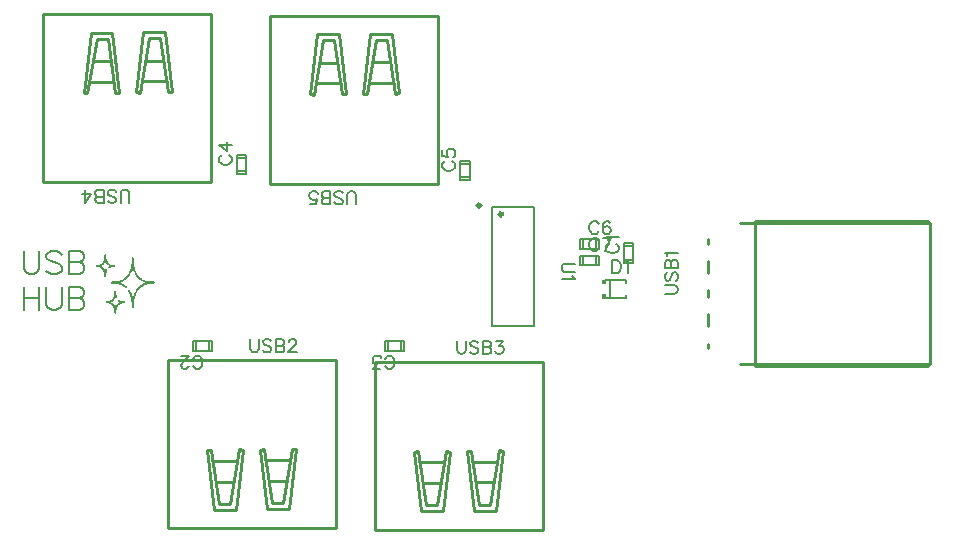
<source format=gto>
G04 Layer: TopSilkscreenLayer*
G04 EasyEDA v6.5.42, 2024-06-30 20:06:19*
G04 5c971d247c204a0cbf4ce5a758ce79e0,41c0ee39f02341fa96e3cac8100f2332,10*
G04 Gerber Generator version 0.2*
G04 Scale: 100 percent, Rotated: No, Reflected: No *
G04 Dimensions in millimeters *
G04 leading zeros omitted , absolute positions ,4 integer and 5 decimal *
%FSLAX45Y45*%
%MOMM*%

%ADD10C,0.2032*%
%ADD11C,0.1524*%
%ADD12C,0.1290*%
%ADD13C,0.1520*%
%ADD14C,0.2540*%
%ADD15C,0.3000*%
%ADD16C,0.0186*%

%LPD*%
G36*
X2795219Y4445711D02*
G01*
X2792780Y4444288D01*
X2790545Y4441494D01*
X2789682Y4438751D01*
X2789275Y4424832D01*
X2787142Y4409236D01*
X2784703Y4399991D01*
X2783128Y4394962D01*
X2779522Y4387189D01*
X2778048Y4384497D01*
X2774238Y4378807D01*
X2769514Y4373422D01*
X2763113Y4368088D01*
X2757119Y4364380D01*
X2752242Y4362450D01*
X2751785Y4361992D01*
X2743708Y4359605D01*
X2739085Y4359097D01*
X2736646Y4358487D01*
X2719781Y4358030D01*
X2717241Y4356557D01*
X2715463Y4354474D01*
X2714548Y4351985D01*
X2714040Y4351985D01*
X2714040Y4346295D01*
X2715006Y4345178D01*
X2715006Y4344162D01*
X2717088Y4341571D01*
X2719781Y4339996D01*
X2731973Y4339539D01*
X2740558Y4338878D01*
X2750820Y4336389D01*
X2752242Y4335526D01*
X2753004Y4335475D01*
X2754934Y4334408D01*
X2755595Y4334357D01*
X2764942Y4328566D01*
X2771800Y4322216D01*
X2777032Y4315206D01*
X2780944Y4308094D01*
X2784297Y4299610D01*
X2785618Y4294479D01*
X2786024Y4293870D01*
X2788259Y4283303D01*
X2788259Y4280255D01*
X2789021Y4275734D01*
X2789428Y4259834D01*
X2790545Y4256532D01*
X2792425Y4254042D01*
X2794508Y4252620D01*
X2797352Y4251960D01*
X2800604Y4252671D01*
X2801874Y4253738D01*
X2802331Y4253738D01*
X2804668Y4257141D01*
X2805531Y4260697D01*
X2805887Y4275734D01*
X2807055Y4284827D01*
X2807817Y4287621D01*
X2807817Y4289196D01*
X2809798Y4296765D01*
X2813405Y4306519D01*
X2813812Y4309821D01*
X2813507Y4312920D01*
X2812338Y4315206D01*
X2810611Y4317085D01*
X2808427Y4318304D01*
X2804972Y4318304D01*
X2802229Y4316780D01*
X2800400Y4314342D01*
X2797759Y4307941D01*
X2797251Y4308094D01*
X2793847Y4316069D01*
X2792069Y4319727D01*
X2788412Y4325975D01*
X2784754Y4331055D01*
X2779826Y4336745D01*
X2773883Y4342180D01*
X2769108Y4345635D01*
X2764078Y4348581D01*
X2764637Y4349750D01*
X2769616Y4352696D01*
X2775153Y4356963D01*
X2778099Y4359503D01*
X2784500Y4366615D01*
X2788767Y4372762D01*
X2791104Y4376572D01*
X2793847Y4381957D01*
X2797251Y4389882D01*
X2797708Y4390085D01*
X2800451Y4383379D01*
X2804210Y4375962D01*
X2806954Y4371340D01*
X2810865Y4366107D01*
X2815488Y4360824D01*
X2819857Y4356760D01*
X2825242Y4352696D01*
X2830118Y4349902D01*
X2830728Y4348988D01*
X2830728Y4348429D01*
X2827223Y4346498D01*
X2824378Y4343958D01*
X2824378Y4343400D01*
X2823311Y4341622D01*
X2823311Y4335932D01*
X2824480Y4333697D01*
X2826054Y4331868D01*
X2827629Y4330903D01*
X2830626Y4330192D01*
X2832506Y4330954D01*
X2833268Y4330954D01*
X2838958Y4334052D01*
X2842260Y4335526D01*
X2843072Y4335526D01*
X2844495Y4336389D01*
X2853080Y4338675D01*
X2862072Y4339488D01*
X2875076Y4339945D01*
X2877515Y4341215D01*
X2879801Y4344060D01*
X2880817Y4347565D01*
X2880817Y4350664D01*
X2879801Y4353864D01*
X2877820Y4356557D01*
X2874619Y4358233D01*
X2862630Y4358284D01*
X2856992Y4358741D01*
X2847695Y4360570D01*
X2838450Y4364024D01*
X2832811Y4367326D01*
X2828188Y4370832D01*
X2825496Y4373372D01*
X2819857Y4379976D01*
X2815793Y4386478D01*
X2812694Y4392879D01*
X2812694Y4393488D01*
X2811729Y4395571D01*
X2810002Y4400397D01*
X2808020Y4408779D01*
X2806801Y4415282D01*
X2806801Y4416653D01*
X2806090Y4419447D01*
X2805379Y4438192D01*
X2804617Y4441139D01*
X2802077Y4444339D01*
X2799537Y4445711D01*
G37*
G36*
X3029356Y4422444D02*
G01*
X3028137Y4422343D01*
X3025495Y4421530D01*
X3023666Y4420158D01*
X3021685Y4417771D01*
X3021685Y4417263D01*
X3020771Y4415790D01*
X3020415Y4413504D01*
X3020009Y4386224D01*
X3019501Y4377385D01*
X3017977Y4364177D01*
X3016758Y4357217D01*
X3016758Y4355693D01*
X3013913Y4341317D01*
X3012236Y4334103D01*
X3010916Y4329887D01*
X3010916Y4328820D01*
X3009950Y4326585D01*
X3009950Y4325620D01*
X3008020Y4319930D01*
X3008020Y4319320D01*
X3007004Y4317187D01*
X3007004Y4316476D01*
X3006039Y4314342D01*
X3006039Y4313580D01*
X2999943Y4299000D01*
X2996438Y4291990D01*
X2991256Y4282744D01*
X2989732Y4280509D01*
X2988970Y4278833D01*
X2982264Y4269486D01*
X2975051Y4260646D01*
X2964637Y4250436D01*
X2956864Y4244086D01*
X2945739Y4236669D01*
X2935020Y4230979D01*
X2934360Y4230979D01*
X2932430Y4229862D01*
X2931718Y4229811D01*
X2929737Y4228744D01*
X2929026Y4228693D01*
X2927807Y4227982D01*
X2912922Y4223105D01*
X2898749Y4219905D01*
X2892348Y4219346D01*
X2889707Y4218736D01*
X2880207Y4218127D01*
X2852775Y4217974D01*
X2850134Y4217263D01*
X2848152Y4216044D01*
X2846222Y4213809D01*
X2844800Y4210456D01*
X2844850Y4204411D01*
X2846120Y4201566D01*
X2848356Y4198975D01*
X2851861Y4197096D01*
X2880410Y4196943D01*
X2885338Y4196588D01*
X2888234Y4196080D01*
X2896565Y4195521D01*
X2898241Y4194911D01*
X2903118Y4194352D01*
X2912160Y4192270D01*
X2918764Y4190288D01*
X2932430Y4185310D01*
X2933903Y4184396D01*
X2934512Y4184396D01*
X2940202Y4181500D01*
X2945638Y4178401D01*
X2953359Y4173474D01*
X2962198Y4166717D01*
X2968853Y4160875D01*
X2971546Y4159199D01*
X2974187Y4158792D01*
X2976981Y4159656D01*
X2979369Y4161840D01*
X2980639Y4164533D01*
X2980944Y4167835D01*
X2980385Y4170781D01*
X2979318Y4172610D01*
X2976880Y4175302D01*
X2976575Y4175302D01*
X2967177Y4183430D01*
X2964637Y4185412D01*
X2954070Y4192422D01*
X2948990Y4195368D01*
X2938068Y4200652D01*
X2937103Y4201464D01*
X2936341Y4201464D01*
X2934360Y4202582D01*
X2933344Y4202582D01*
X2924454Y4205986D01*
X2923641Y4205986D01*
X2921101Y4207408D01*
X2921101Y4207967D01*
X2933141Y4212082D01*
X2934360Y4212793D01*
X2935122Y4212844D01*
X2937052Y4213910D01*
X2937814Y4213961D01*
X2939745Y4215079D01*
X2940253Y4215079D01*
X2950514Y4220413D01*
X2958287Y4225239D01*
X2963926Y4229100D01*
X2964180Y4229506D01*
X2968498Y4232452D01*
X2976626Y4239564D01*
X2984449Y4247388D01*
X2992272Y4256684D01*
X2997606Y4264050D01*
X3002280Y4271365D01*
X3006140Y4277918D01*
X3009239Y4283659D01*
X3014319Y4294479D01*
X3019704Y4307636D01*
X3019704Y4308398D01*
X3020669Y4310634D01*
X3020669Y4311446D01*
X3021431Y4312920D01*
X3023616Y4319574D01*
X3023616Y4320489D01*
X3025597Y4326839D01*
X3025597Y4327702D01*
X3026511Y4329988D01*
X3026562Y4331157D01*
X3027527Y4334459D01*
X3027527Y4335526D01*
X3028797Y4341215D01*
X3029204Y4341215D01*
X3030220Y4339234D01*
X3033014Y4326839D01*
X3035655Y4317492D01*
X3039211Y4307281D01*
X3039262Y4306620D01*
X3045612Y4291330D01*
X3051403Y4279646D01*
X3057194Y4269892D01*
X3060395Y4264914D01*
X3067507Y4255262D01*
X3074771Y4246727D01*
X3079648Y4241749D01*
X3090468Y4232249D01*
X3096717Y4227677D01*
X3106013Y4221784D01*
X3106724Y4221124D01*
X3121152Y4213961D01*
X3121761Y4213961D01*
X3125520Y4212183D01*
X3137865Y4207967D01*
X3137865Y4207510D01*
X3134360Y4205986D01*
X3133852Y4205986D01*
X3126282Y4203344D01*
X3125063Y4202582D01*
X3124352Y4202582D01*
X3122371Y4201464D01*
X3121660Y4201414D01*
X3119678Y4200347D01*
X3119018Y4200296D01*
X3106724Y4193844D01*
X3098190Y4188612D01*
X3097428Y4187799D01*
X3097123Y4187799D01*
X3090367Y4182922D01*
X3081477Y4175099D01*
X3075279Y4168952D01*
X3065932Y4158132D01*
X3061309Y4151782D01*
X3053892Y4140352D01*
X3046984Y4127042D01*
X3043529Y4119473D01*
X3039262Y4109059D01*
X3039262Y4108399D01*
X3038246Y4106265D01*
X3038246Y4105554D01*
X3037281Y4103319D01*
X3037281Y4102557D01*
X3036316Y4100474D01*
X3036316Y4099712D01*
X3035350Y4097477D01*
X3035300Y4096512D01*
X3034385Y4094226D01*
X3034334Y4093362D01*
X3032455Y4086809D01*
X3030169Y4076649D01*
X3029153Y4073906D01*
X3028746Y4073906D01*
X3024530Y4091940D01*
X3023616Y4094378D01*
X3023616Y4095191D01*
X3022650Y4097324D01*
X3022650Y4098086D01*
X3019704Y4106519D01*
X3019704Y4107230D01*
X3011627Y4126585D01*
X3005074Y4138676D01*
X3005074Y4138980D01*
X3002737Y4143044D01*
X3001264Y4144721D01*
X3000298Y4145483D01*
X2997860Y4146346D01*
X2995980Y4146346D01*
X2993237Y4145432D01*
X2990545Y4142181D01*
X2989884Y4139946D01*
X2989630Y4136339D01*
X2991713Y4131411D01*
X2995828Y4124198D01*
X2998470Y4118965D01*
X3004667Y4104589D01*
X3009493Y4090517D01*
X3011220Y4083710D01*
X3011881Y4081881D01*
X3011881Y4080764D01*
X3014319Y4071772D01*
X3017774Y4053027D01*
X3017774Y4050842D01*
X3019247Y4038549D01*
X3020263Y4020921D01*
X3020568Y3999890D01*
X3021685Y3997401D01*
X3023412Y3994962D01*
X3025444Y3993540D01*
X3028442Y3992676D01*
X3030321Y3992676D01*
X3033268Y3993692D01*
X3035249Y3995165D01*
X3036519Y3996893D01*
X3037789Y3999941D01*
X3038246Y4003294D01*
X3038297Y4023512D01*
X3039262Y4039108D01*
X3041396Y4057396D01*
X3044190Y4072331D01*
X3045104Y4075582D01*
X3045104Y4076446D01*
X3045917Y4079138D01*
X3046831Y4083304D01*
X3048050Y4087114D01*
X3048050Y4087977D01*
X3049016Y4090212D01*
X3049016Y4091381D01*
X3049981Y4093616D01*
X3049981Y4094784D01*
X3050641Y4095902D01*
X3053384Y4103878D01*
X3055264Y4108704D01*
X3060141Y4119473D01*
X3064611Y4127855D01*
X3064611Y4128160D01*
X3067862Y4133697D01*
X3075584Y4144924D01*
X3083763Y4154932D01*
X3095599Y4166209D01*
X3095853Y4166209D01*
X3105200Y4173524D01*
X3116580Y4180484D01*
X3124200Y4184396D01*
X3124809Y4184446D01*
X3126790Y4185513D01*
X3127451Y4185564D01*
X3130042Y4186834D01*
X3135477Y4188968D01*
X3136544Y4188968D01*
X3138017Y4189831D01*
X3155543Y4194352D01*
X3161436Y4194962D01*
X3163163Y4195470D01*
X3169259Y4196080D01*
X3171190Y4196588D01*
X3187547Y4197197D01*
X3206902Y4197045D01*
X3207562Y4197705D01*
X3209645Y4198416D01*
X3212287Y4201160D01*
X3213557Y4204309D01*
X3214065Y4204309D01*
X3214065Y4210812D01*
X3213557Y4210812D01*
X3212846Y4212793D01*
X3211677Y4214774D01*
X3208578Y4217263D01*
X3204413Y4218178D01*
X3173628Y4218533D01*
X3164382Y4219651D01*
X3154476Y4221327D01*
X3140303Y4224832D01*
X3126028Y4230166D01*
X3124758Y4230979D01*
X3124098Y4231030D01*
X3122117Y4232097D01*
X3121507Y4232148D01*
X3119678Y4233265D01*
X3119170Y4233265D01*
X3107232Y4240276D01*
X3104794Y4242054D01*
X3103778Y4242562D01*
X3103168Y4243476D01*
X3102762Y4243476D01*
X3096006Y4248556D01*
X3087420Y4256684D01*
X3083052Y4261256D01*
X3074619Y4271772D01*
X3068777Y4280255D01*
X3063290Y4289755D01*
X3059226Y4297883D01*
X3054654Y4308500D01*
X3051200Y4317746D01*
X3047542Y4329988D01*
X3043377Y4346549D01*
X3042970Y4350156D01*
X3042158Y4353509D01*
X3042158Y4354880D01*
X3040430Y4364329D01*
X3039973Y4370781D01*
X3039465Y4373168D01*
X3038449Y4386529D01*
X3038144Y4414621D01*
X3037281Y4416348D01*
X3037281Y4416958D01*
X3035096Y4420108D01*
X3032455Y4421835D01*
G37*
G36*
X2881426Y4139488D02*
G01*
X2878531Y4138676D01*
X2876956Y4137253D01*
X2875381Y4135374D01*
X2874264Y4132529D01*
X2874010Y4120642D01*
X2873197Y4111802D01*
X2872232Y4106570D01*
X2872232Y4104792D01*
X2869285Y4093057D01*
X2868320Y4090619D01*
X2868320Y4090060D01*
X2865120Y4082592D01*
X2863342Y4079138D01*
X2858465Y4071772D01*
X2853029Y4065778D01*
X2848406Y4062018D01*
X2840278Y4057142D01*
X2839516Y4057142D01*
X2837586Y4056024D01*
X2836722Y4055973D01*
X2835300Y4055110D01*
X2826715Y4052874D01*
X2818180Y4052062D01*
X2804464Y4051554D01*
X2801924Y4050029D01*
X2800451Y4048556D01*
X2798927Y4045356D01*
X2798927Y4039666D01*
X2800146Y4037076D01*
X2802178Y4034739D01*
X2804972Y4033367D01*
X2821584Y4033012D01*
X2823311Y4032453D01*
X2827223Y4032097D01*
X2835503Y4029811D01*
X2840380Y4027627D01*
X2840786Y4027627D01*
X2848813Y4022750D01*
X2853588Y4018534D01*
X2858516Y4013250D01*
X2862478Y4007459D01*
X2864561Y4003598D01*
X2869285Y3991965D01*
X2872232Y3980434D01*
X2872232Y3978300D01*
X2872994Y3974896D01*
X2873756Y3966972D01*
X2874213Y3952443D01*
X2875432Y3949344D01*
X2877261Y3947160D01*
X2879852Y3945737D01*
X2884424Y3945737D01*
X2886811Y3947160D01*
X2888589Y3949344D01*
X2889808Y3952087D01*
X2889859Y3957015D01*
X2891028Y3973220D01*
X2891790Y3977182D01*
X2891790Y3979265D01*
X2892755Y3982770D01*
X2892755Y3983431D01*
X2895193Y3992575D01*
X2900019Y4004259D01*
X2902661Y4008983D01*
X2905912Y4013555D01*
X2909468Y4017568D01*
X2913888Y4021531D01*
X2920238Y4025900D01*
X2928061Y4029608D01*
X2935122Y4031589D01*
X2943860Y4033012D01*
X2959303Y4033367D01*
X2961741Y4034536D01*
X2963214Y4035907D01*
X2964840Y4038752D01*
X2965450Y4042003D01*
X2965043Y4045813D01*
X2963570Y4048760D01*
X2961944Y4050233D01*
X2959760Y4051554D01*
X2945384Y4052011D01*
X2940913Y4052570D01*
X2938627Y4052570D01*
X2930245Y4054805D01*
X2924962Y4056735D01*
X2918256Y4060291D01*
X2915564Y4061002D01*
X2912414Y4060494D01*
X2910687Y4059326D01*
X2908604Y4056634D01*
X2907842Y4053027D01*
X2908147Y4050080D01*
X2909417Y4047337D01*
X2911449Y4045204D01*
X2915462Y4042918D01*
X2914954Y4041800D01*
X2911195Y4039615D01*
X2907284Y4036923D01*
X2900934Y4031538D01*
X2896108Y4026306D01*
X2891332Y4019753D01*
X2887421Y4012996D01*
X2885440Y4008983D01*
X2883001Y4003040D01*
X2882696Y4001770D01*
X2882087Y4001770D01*
X2881020Y4002887D01*
X2881020Y4003649D01*
X2879039Y4008424D01*
X2875889Y4014673D01*
X2873044Y4019397D01*
X2869031Y4025087D01*
X2864053Y4030675D01*
X2859684Y4034790D01*
X2854299Y4038854D01*
X2849321Y4041648D01*
X2848762Y4043070D01*
X2853791Y4045915D01*
X2860598Y4051147D01*
X2865069Y4055414D01*
X2871165Y4062984D01*
X2873146Y4065778D01*
X2877362Y4073245D01*
X2881020Y4081322D01*
X2881020Y4082135D01*
X2882036Y4083304D01*
X2882696Y4083304D01*
X2883052Y4081983D01*
X2884982Y4077157D01*
X2886862Y4074566D01*
X2889402Y4073042D01*
X2893314Y4073042D01*
X2895447Y4074261D01*
X2897327Y4076446D01*
X2898597Y4079544D01*
X2898597Y4082592D01*
X2894939Y4093514D01*
X2893314Y4099051D01*
X2890824Y4111548D01*
X2890266Y4117797D01*
X2889859Y4132834D01*
X2888589Y4135678D01*
X2887268Y4137304D01*
X2885338Y4138777D01*
X2882392Y4139488D01*
G37*
D10*
X2108200Y4472178D02*
G01*
X2108200Y4333747D01*
X2117343Y4306062D01*
X2135886Y4287520D01*
X2163572Y4278376D01*
X2182113Y4278376D01*
X2209800Y4287520D01*
X2228341Y4306062D01*
X2237486Y4333747D01*
X2237486Y4472178D01*
X2427731Y4444492D02*
G01*
X2409190Y4463034D01*
X2381504Y4472178D01*
X2344674Y4472178D01*
X2316988Y4463034D01*
X2298445Y4444492D01*
X2298445Y4425950D01*
X2307590Y4407662D01*
X2316988Y4398263D01*
X2335529Y4389120D01*
X2390902Y4370578D01*
X2409190Y4361434D01*
X2418588Y4352289D01*
X2427731Y4333747D01*
X2427731Y4306062D01*
X2409190Y4287520D01*
X2381504Y4278376D01*
X2344674Y4278376D01*
X2316988Y4287520D01*
X2298445Y4306062D01*
X2488691Y4472178D02*
G01*
X2488691Y4278376D01*
X2488691Y4472178D02*
G01*
X2571750Y4472178D01*
X2599690Y4463034D01*
X2608834Y4453889D01*
X2617977Y4435347D01*
X2617977Y4416805D01*
X2608834Y4398263D01*
X2599690Y4389120D01*
X2571750Y4379976D01*
X2488691Y4379976D02*
G01*
X2571750Y4379976D01*
X2599690Y4370578D01*
X2608834Y4361434D01*
X2617977Y4342892D01*
X2617977Y4315205D01*
X2608834Y4296663D01*
X2599690Y4287520D01*
X2571750Y4278376D01*
X2488691Y4278376D01*
X2108200Y4167378D02*
G01*
X2108200Y3973576D01*
X2237486Y4167378D02*
G01*
X2237486Y3973576D01*
X2108200Y4075176D02*
G01*
X2237486Y4075176D01*
X2298445Y4167378D02*
G01*
X2298445Y4028947D01*
X2307590Y4001262D01*
X2326131Y3982720D01*
X2353818Y3973576D01*
X2372359Y3973576D01*
X2400045Y3982720D01*
X2418588Y4001262D01*
X2427731Y4028947D01*
X2427731Y4167378D01*
X2488691Y4167378D02*
G01*
X2488691Y3973576D01*
X2488691Y4167378D02*
G01*
X2571750Y4167378D01*
X2599690Y4158234D01*
X2608834Y4149089D01*
X2617977Y4130547D01*
X2617977Y4112005D01*
X2608834Y4093463D01*
X2599690Y4084320D01*
X2571750Y4075176D01*
X2488691Y4075176D02*
G01*
X2571750Y4075176D01*
X2599690Y4065778D01*
X2608834Y4056634D01*
X2617977Y4038092D01*
X2617977Y4010405D01*
X2608834Y3991863D01*
X2599690Y3982720D01*
X2571750Y3973576D01*
X2488691Y3973576D01*
D11*
X7060691Y4535678D02*
G01*
X7050277Y4530344D01*
X7039863Y4519929D01*
X7034784Y4509770D01*
X7034784Y4488942D01*
X7039863Y4478528D01*
X7050277Y4468113D01*
X7060691Y4462779D01*
X7076440Y4457700D01*
X7102347Y4457700D01*
X7117841Y4462779D01*
X7128256Y4468113D01*
X7138670Y4478528D01*
X7143750Y4488942D01*
X7143750Y4509770D01*
X7138670Y4519929D01*
X7128256Y4530344D01*
X7117841Y4535678D01*
X7055611Y4569968D02*
G01*
X7050277Y4580381D01*
X7034784Y4595876D01*
X7143750Y4595876D01*
X3541522Y3504692D02*
G01*
X3546856Y3494278D01*
X3557270Y3483863D01*
X3567429Y3478784D01*
X3588258Y3478784D01*
X3598672Y3483863D01*
X3609086Y3494278D01*
X3614420Y3504692D01*
X3619500Y3520439D01*
X3619500Y3546347D01*
X3614420Y3561842D01*
X3609086Y3572255D01*
X3598672Y3582670D01*
X3588258Y3587750D01*
X3567429Y3587750D01*
X3557270Y3582670D01*
X3546856Y3572255D01*
X3541522Y3561842D01*
X3502152Y3504692D02*
G01*
X3502152Y3499612D01*
X3496818Y3489197D01*
X3491738Y3483863D01*
X3481324Y3478784D01*
X3460495Y3478784D01*
X3450081Y3483863D01*
X3445002Y3489197D01*
X3439668Y3499612D01*
X3439668Y3510026D01*
X3445002Y3520439D01*
X3455415Y3535934D01*
X3507231Y3587750D01*
X3434588Y3587750D01*
X5167122Y3504692D02*
G01*
X5172456Y3494278D01*
X5182870Y3483863D01*
X5193029Y3478784D01*
X5213858Y3478784D01*
X5224272Y3483863D01*
X5234686Y3494278D01*
X5240020Y3504692D01*
X5245100Y3520439D01*
X5245100Y3546347D01*
X5240020Y3561842D01*
X5234686Y3572255D01*
X5224272Y3582670D01*
X5213858Y3587750D01*
X5193029Y3587750D01*
X5182870Y3582670D01*
X5172456Y3572255D01*
X5167122Y3561842D01*
X5122418Y3478784D02*
G01*
X5065268Y3478784D01*
X5096509Y3520439D01*
X5081015Y3520439D01*
X5070602Y3525520D01*
X5065268Y3530600D01*
X5060188Y3546347D01*
X5060188Y3556762D01*
X5065268Y3572255D01*
X5075681Y3582670D01*
X5091429Y3587750D01*
X5106924Y3587750D01*
X5122418Y3582670D01*
X5127752Y3577589D01*
X5132831Y3567176D01*
X3784091Y5284978D02*
G01*
X3773677Y5279644D01*
X3763263Y5269229D01*
X3758184Y5259070D01*
X3758184Y5238242D01*
X3763263Y5227828D01*
X3773677Y5217413D01*
X3784091Y5212079D01*
X3799840Y5207000D01*
X3825747Y5207000D01*
X3841241Y5212079D01*
X3851656Y5217413D01*
X3862070Y5227828D01*
X3867150Y5238242D01*
X3867150Y5259070D01*
X3862070Y5269229D01*
X3851656Y5279644D01*
X3841241Y5284978D01*
X3758184Y5371084D02*
G01*
X3830827Y5319268D01*
X3830827Y5397245D01*
X3758184Y5371084D02*
G01*
X3867150Y5371084D01*
X5676391Y5234178D02*
G01*
X5665977Y5228844D01*
X5655563Y5218429D01*
X5650484Y5208270D01*
X5650484Y5187442D01*
X5655563Y5177028D01*
X5665977Y5166613D01*
X5676391Y5161279D01*
X5692140Y5156200D01*
X5718047Y5156200D01*
X5733541Y5161279D01*
X5743956Y5166613D01*
X5754370Y5177028D01*
X5759450Y5187442D01*
X5759450Y5208270D01*
X5754370Y5218429D01*
X5743956Y5228844D01*
X5733541Y5234178D01*
X5650484Y5330697D02*
G01*
X5650484Y5278881D01*
X5697220Y5273547D01*
X5692140Y5278881D01*
X5686806Y5294376D01*
X5686806Y5309870D01*
X5692140Y5325618D01*
X5702300Y5336031D01*
X5718047Y5341112D01*
X5728461Y5341112D01*
X5743956Y5336031D01*
X5754370Y5325618D01*
X5759450Y5309870D01*
X5759450Y5294376D01*
X5754370Y5278881D01*
X5749290Y5273547D01*
X5738875Y5268468D01*
X6974077Y4699507D02*
G01*
X6968743Y4709921D01*
X6958329Y4720336D01*
X6948170Y4725415D01*
X6927341Y4725415D01*
X6916927Y4720336D01*
X6906513Y4709921D01*
X6901179Y4699507D01*
X6896100Y4683760D01*
X6896100Y4657852D01*
X6901179Y4642357D01*
X6906513Y4631944D01*
X6916927Y4621529D01*
X6927341Y4616450D01*
X6948170Y4616450D01*
X6958329Y4621529D01*
X6968743Y4631944D01*
X6974077Y4642357D01*
X7070597Y4709921D02*
G01*
X7065518Y4720336D01*
X7049770Y4725415D01*
X7039609Y4725415D01*
X7023861Y4720336D01*
X7013447Y4704587D01*
X7008368Y4678679D01*
X7008368Y4652771D01*
X7013447Y4631944D01*
X7023861Y4621529D01*
X7039609Y4616450D01*
X7044690Y4616450D01*
X7060184Y4621529D01*
X7070597Y4631944D01*
X7075931Y4647437D01*
X7075931Y4652771D01*
X7070597Y4668265D01*
X7060184Y4678679D01*
X7044690Y4683760D01*
X7039609Y4683760D01*
X7023861Y4678679D01*
X7013447Y4668265D01*
X7008368Y4652771D01*
X6974077Y4559807D02*
G01*
X6968743Y4570221D01*
X6958329Y4580636D01*
X6948170Y4585715D01*
X6927341Y4585715D01*
X6916927Y4580636D01*
X6906513Y4570221D01*
X6901179Y4559807D01*
X6896100Y4544060D01*
X6896100Y4518152D01*
X6901179Y4502657D01*
X6906513Y4492244D01*
X6916927Y4481829D01*
X6927341Y4476750D01*
X6948170Y4476750D01*
X6958329Y4481829D01*
X6968743Y4492244D01*
X6974077Y4502657D01*
X7081011Y4585715D02*
G01*
X7029195Y4476750D01*
X7008368Y4585715D02*
G01*
X7081011Y4585715D01*
X7089101Y4395215D02*
G01*
X7089101Y4286250D01*
X7089101Y4395215D02*
G01*
X7125423Y4395215D01*
X7141171Y4390136D01*
X7151331Y4379721D01*
X7156665Y4369307D01*
X7161745Y4353560D01*
X7161745Y4327652D01*
X7156665Y4312157D01*
X7151331Y4301744D01*
X7141171Y4291329D01*
X7125423Y4286250D01*
X7089101Y4286250D01*
X7196035Y4374387D02*
G01*
X7206449Y4379721D01*
X7222197Y4395215D01*
X7222197Y4286250D01*
X6770115Y4368800D02*
G01*
X6692138Y4368800D01*
X6676643Y4363720D01*
X6666229Y4353305D01*
X6661150Y4337557D01*
X6661150Y4327144D01*
X6666229Y4311650D01*
X6676643Y4301236D01*
X6692138Y4296155D01*
X6770115Y4296155D01*
X6749288Y4261865D02*
G01*
X6754622Y4251452D01*
X6770115Y4235704D01*
X6661150Y4235704D01*
X7535783Y4114098D02*
G01*
X7613761Y4114098D01*
X7629255Y4119178D01*
X7639669Y4129592D01*
X7644749Y4145340D01*
X7644749Y4155754D01*
X7639669Y4171248D01*
X7629255Y4181662D01*
X7613761Y4186742D01*
X7535783Y4186742D01*
X7551277Y4293930D02*
G01*
X7540863Y4283516D01*
X7535783Y4267768D01*
X7535783Y4247194D01*
X7540863Y4231446D01*
X7551277Y4221032D01*
X7561691Y4221032D01*
X7572105Y4226366D01*
X7577439Y4231446D01*
X7582519Y4241860D01*
X7592933Y4273102D01*
X7598013Y4283516D01*
X7603347Y4288596D01*
X7613761Y4293930D01*
X7629255Y4293930D01*
X7639669Y4283516D01*
X7644749Y4267768D01*
X7644749Y4247194D01*
X7639669Y4231446D01*
X7629255Y4221032D01*
X7535783Y4328220D02*
G01*
X7644749Y4328220D01*
X7535783Y4328220D02*
G01*
X7535783Y4374956D01*
X7540863Y4390450D01*
X7546197Y4395784D01*
X7556611Y4400864D01*
X7567025Y4400864D01*
X7577439Y4395784D01*
X7582519Y4390450D01*
X7587599Y4374956D01*
X7587599Y4328220D02*
G01*
X7587599Y4374956D01*
X7592933Y4390450D01*
X7598013Y4395784D01*
X7608427Y4400864D01*
X7624175Y4400864D01*
X7634589Y4395784D01*
X7639669Y4390450D01*
X7644749Y4374956D01*
X7644749Y4328220D01*
X7556611Y4435154D02*
G01*
X7551277Y4445568D01*
X7535783Y4461062D01*
X7644749Y4461062D01*
X4024401Y3726319D02*
G01*
X4024401Y3648341D01*
X4029481Y3632847D01*
X4039895Y3622433D01*
X4055643Y3617353D01*
X4066057Y3617353D01*
X4081551Y3622433D01*
X4091965Y3632847D01*
X4097045Y3648341D01*
X4097045Y3726319D01*
X4204233Y3710825D02*
G01*
X4193819Y3721239D01*
X4178071Y3726319D01*
X4157497Y3726319D01*
X4141749Y3721239D01*
X4131335Y3710825D01*
X4131335Y3700411D01*
X4136669Y3689997D01*
X4141749Y3684663D01*
X4152163Y3679583D01*
X4183405Y3669169D01*
X4193819Y3664089D01*
X4198899Y3658755D01*
X4204233Y3648341D01*
X4204233Y3632847D01*
X4193819Y3622433D01*
X4178071Y3617353D01*
X4157497Y3617353D01*
X4141749Y3622433D01*
X4131335Y3632847D01*
X4238523Y3726319D02*
G01*
X4238523Y3617353D01*
X4238523Y3726319D02*
G01*
X4285259Y3726319D01*
X4300753Y3721239D01*
X4306087Y3715905D01*
X4311167Y3705491D01*
X4311167Y3695077D01*
X4306087Y3684663D01*
X4300753Y3679583D01*
X4285259Y3674503D01*
X4238523Y3674503D02*
G01*
X4285259Y3674503D01*
X4300753Y3669169D01*
X4306087Y3664089D01*
X4311167Y3653675D01*
X4311167Y3637927D01*
X4306087Y3627513D01*
X4300753Y3622433D01*
X4285259Y3617353D01*
X4238523Y3617353D01*
X4350791Y3700411D02*
G01*
X4350791Y3705491D01*
X4355871Y3715905D01*
X4360951Y3721239D01*
X4371365Y3726319D01*
X4392193Y3726319D01*
X4402607Y3721239D01*
X4407941Y3715905D01*
X4413021Y3705491D01*
X4413021Y3695077D01*
X4407941Y3684663D01*
X4397527Y3669169D01*
X4345457Y3617353D01*
X4418101Y3617353D01*
X5777001Y3713619D02*
G01*
X5777001Y3635641D01*
X5782081Y3620147D01*
X5792495Y3609733D01*
X5808243Y3604653D01*
X5818657Y3604653D01*
X5834151Y3609733D01*
X5844565Y3620147D01*
X5849645Y3635641D01*
X5849645Y3713619D01*
X5956833Y3698125D02*
G01*
X5946419Y3708539D01*
X5930671Y3713619D01*
X5910097Y3713619D01*
X5894349Y3708539D01*
X5883935Y3698125D01*
X5883935Y3687711D01*
X5889269Y3677297D01*
X5894349Y3671963D01*
X5904763Y3666883D01*
X5936005Y3656469D01*
X5946419Y3651389D01*
X5951499Y3646055D01*
X5956833Y3635641D01*
X5956833Y3620147D01*
X5946419Y3609733D01*
X5930671Y3604653D01*
X5910097Y3604653D01*
X5894349Y3609733D01*
X5883935Y3620147D01*
X5991123Y3713619D02*
G01*
X5991123Y3604653D01*
X5991123Y3713619D02*
G01*
X6037859Y3713619D01*
X6053353Y3708539D01*
X6058687Y3703205D01*
X6063767Y3692791D01*
X6063767Y3682377D01*
X6058687Y3671963D01*
X6053353Y3666883D01*
X6037859Y3661803D01*
X5991123Y3661803D02*
G01*
X6037859Y3661803D01*
X6053353Y3656469D01*
X6058687Y3651389D01*
X6063767Y3640975D01*
X6063767Y3625227D01*
X6058687Y3614813D01*
X6053353Y3609733D01*
X6037859Y3604653D01*
X5991123Y3604653D01*
X6108471Y3713619D02*
G01*
X6165621Y3713619D01*
X6134379Y3671963D01*
X6150127Y3671963D01*
X6160541Y3666883D01*
X6165621Y3661803D01*
X6170701Y3646055D01*
X6170701Y3635641D01*
X6165621Y3620147D01*
X6155207Y3609733D01*
X6139713Y3604653D01*
X6123965Y3604653D01*
X6108471Y3609733D01*
X6103391Y3614813D01*
X6098057Y3625227D01*
X2998698Y4884280D02*
G01*
X2998698Y4962258D01*
X2993618Y4977752D01*
X2983204Y4988166D01*
X2967456Y4993246D01*
X2957042Y4993246D01*
X2941548Y4988166D01*
X2931134Y4977752D01*
X2926054Y4962258D01*
X2926054Y4884280D01*
X2818866Y4899774D02*
G01*
X2829280Y4889360D01*
X2845028Y4884280D01*
X2865602Y4884280D01*
X2881350Y4889360D01*
X2891764Y4899774D01*
X2891764Y4910188D01*
X2886430Y4920602D01*
X2881350Y4925936D01*
X2870936Y4931016D01*
X2839694Y4941430D01*
X2829280Y4946510D01*
X2824200Y4951844D01*
X2818866Y4962258D01*
X2818866Y4977752D01*
X2829280Y4988166D01*
X2845028Y4993246D01*
X2865602Y4993246D01*
X2881350Y4988166D01*
X2891764Y4977752D01*
X2784576Y4884280D02*
G01*
X2784576Y4993246D01*
X2784576Y4884280D02*
G01*
X2737840Y4884280D01*
X2722346Y4889360D01*
X2717012Y4894694D01*
X2711932Y4905108D01*
X2711932Y4915522D01*
X2717012Y4925936D01*
X2722346Y4931016D01*
X2737840Y4936096D01*
X2784576Y4936096D02*
G01*
X2737840Y4936096D01*
X2722346Y4941430D01*
X2717012Y4946510D01*
X2711932Y4956924D01*
X2711932Y4972672D01*
X2717012Y4983086D01*
X2722346Y4988166D01*
X2737840Y4993246D01*
X2784576Y4993246D01*
X2625572Y4884280D02*
G01*
X2677642Y4956924D01*
X2599664Y4956924D01*
X2625572Y4884280D02*
G01*
X2625572Y4993246D01*
X4916398Y4871580D02*
G01*
X4916398Y4949558D01*
X4911318Y4965052D01*
X4900904Y4975466D01*
X4885156Y4980546D01*
X4874742Y4980546D01*
X4859248Y4975466D01*
X4848834Y4965052D01*
X4843754Y4949558D01*
X4843754Y4871580D01*
X4736566Y4887074D02*
G01*
X4746980Y4876660D01*
X4762728Y4871580D01*
X4783302Y4871580D01*
X4799050Y4876660D01*
X4809464Y4887074D01*
X4809464Y4897488D01*
X4804130Y4907902D01*
X4799050Y4913236D01*
X4788636Y4918316D01*
X4757394Y4928730D01*
X4746980Y4933810D01*
X4741900Y4939144D01*
X4736566Y4949558D01*
X4736566Y4965052D01*
X4746980Y4975466D01*
X4762728Y4980546D01*
X4783302Y4980546D01*
X4799050Y4975466D01*
X4809464Y4965052D01*
X4702276Y4871580D02*
G01*
X4702276Y4980546D01*
X4702276Y4871580D02*
G01*
X4655540Y4871580D01*
X4640046Y4876660D01*
X4634712Y4881994D01*
X4629632Y4892408D01*
X4629632Y4902822D01*
X4634712Y4913236D01*
X4640046Y4918316D01*
X4655540Y4923396D01*
X4702276Y4923396D02*
G01*
X4655540Y4923396D01*
X4640046Y4928730D01*
X4634712Y4933810D01*
X4629632Y4944224D01*
X4629632Y4959972D01*
X4634712Y4970386D01*
X4640046Y4975466D01*
X4655540Y4980546D01*
X4702276Y4980546D01*
X4532858Y4871580D02*
G01*
X4584928Y4871580D01*
X4590008Y4918316D01*
X4584928Y4913236D01*
X4569434Y4907902D01*
X4553686Y4907902D01*
X4538192Y4913236D01*
X4527778Y4923396D01*
X4522698Y4939144D01*
X4522698Y4949558D01*
X4527778Y4965052D01*
X4538192Y4975466D01*
X4553686Y4980546D01*
X4569434Y4980546D01*
X4584928Y4975466D01*
X4590008Y4970386D01*
X4595342Y4959972D01*
G36*
X7003999Y4233164D02*
G01*
X7003999Y4197908D01*
X7034479Y4197908D01*
X7034479Y4233164D01*
G37*
G36*
X7003999Y4107891D02*
G01*
X7003999Y4072636D01*
X7034479Y4072636D01*
X7034479Y4107891D01*
G37*
D12*
X7267702Y4514595D02*
G01*
X7184897Y4514595D01*
X7187691Y4400804D02*
G01*
X7267702Y4400804D01*
X7184897Y4375150D02*
G01*
X7184897Y4540250D01*
X7184897Y4540250D02*
G01*
X7267702Y4540250D01*
X7267702Y4540250D02*
G01*
X7267702Y4375150D01*
X7267702Y4375150D02*
G01*
X7184897Y4375150D01*
X3562604Y3711702D02*
G01*
X3562604Y3628897D01*
X3676395Y3631692D02*
G01*
X3676395Y3711702D01*
X3702050Y3628897D02*
G01*
X3536950Y3628897D01*
X3536950Y3628897D02*
G01*
X3536950Y3711702D01*
X3536950Y3711702D02*
G01*
X3702050Y3711702D01*
X3702050Y3711702D02*
G01*
X3702050Y3628897D01*
X5188204Y3711702D02*
G01*
X5188204Y3628897D01*
X5301995Y3631692D02*
G01*
X5301995Y3711702D01*
X5327650Y3628897D02*
G01*
X5162550Y3628897D01*
X5162550Y3628897D02*
G01*
X5162550Y3711702D01*
X5162550Y3711702D02*
G01*
X5327650Y3711702D01*
X5327650Y3711702D02*
G01*
X5327650Y3628897D01*
X3991102Y5263895D02*
G01*
X3908297Y5263895D01*
X3911091Y5150104D02*
G01*
X3991102Y5150104D01*
X3908297Y5124450D02*
G01*
X3908297Y5289550D01*
X3908297Y5289550D02*
G01*
X3991102Y5289550D01*
X3991102Y5289550D02*
G01*
X3991102Y5124450D01*
X3991102Y5124450D02*
G01*
X3908297Y5124450D01*
X5883402Y5213095D02*
G01*
X5800597Y5213095D01*
X5803391Y5099304D02*
G01*
X5883402Y5099304D01*
X5800597Y5073650D02*
G01*
X5800597Y5238750D01*
X5800597Y5238750D02*
G01*
X5883402Y5238750D01*
X5883402Y5238750D02*
G01*
X5883402Y5073650D01*
X5883402Y5073650D02*
G01*
X5800597Y5073650D01*
X6952995Y4492497D02*
G01*
X6952995Y4575302D01*
X6839204Y4572507D02*
G01*
X6839204Y4492497D01*
X6813550Y4575302D02*
G01*
X6978650Y4575302D01*
X6978650Y4575302D02*
G01*
X6978650Y4492497D01*
X6978650Y4492497D02*
G01*
X6813550Y4492497D01*
X6813550Y4492497D02*
G01*
X6813550Y4575302D01*
X6952995Y4352797D02*
G01*
X6952995Y4435602D01*
X6839204Y4432807D02*
G01*
X6839204Y4352797D01*
X6813550Y4435602D02*
G01*
X6978650Y4435602D01*
X6978650Y4435602D02*
G01*
X6978650Y4352797D01*
X6978650Y4352797D02*
G01*
X6813550Y4352797D01*
X6813550Y4352797D02*
G01*
X6813550Y4435602D01*
D13*
X7202124Y4080278D02*
G01*
X7202124Y4100901D01*
X7202124Y4225521D02*
G01*
X7202124Y4205899D01*
D11*
X7026879Y4225521D02*
G01*
X7202124Y4225521D01*
X7026879Y4080278D02*
G01*
X7202124Y4080278D01*
X7067323Y4225521D02*
G01*
X7067323Y4080278D01*
X6071260Y4851019D02*
G01*
X6425539Y4851019D01*
X6425539Y3835780D01*
X6071260Y3835780D01*
X6071260Y4851019D01*
D14*
X9759609Y3501044D02*
G01*
X8299399Y3501044D01*
X8299401Y4726538D01*
X9759609Y4726538D01*
X8172513Y4714798D02*
G01*
X9779396Y4714798D01*
X8172513Y3514801D02*
G01*
X9779396Y3514801D01*
X9779396Y4714798D01*
X7899400Y3691699D02*
G01*
X7899400Y3656053D01*
X7899400Y3941686D02*
G01*
X7899400Y3837927D01*
X7899400Y4141685D02*
G01*
X7899400Y4087914D01*
X7899400Y4391698D02*
G01*
X7899400Y4287913D01*
X7899400Y4554799D02*
G01*
X7899400Y4537925D01*
X7899400Y4554799D02*
G01*
X7899400Y4573546D01*
X4409424Y2794876D02*
G01*
X4351009Y2289411D01*
X4165587Y2289411D01*
X4107421Y2794111D01*
X4140697Y2796654D01*
X4206224Y2340211D01*
X4300209Y2340211D01*
X4378944Y2799953D01*
X4409424Y2794876D01*
X4150344Y2703433D02*
G01*
X4358624Y2703433D01*
X4183367Y2528176D02*
G01*
X4328144Y2528176D01*
X3736324Y2523096D02*
G01*
X3881109Y2523096D01*
X3703309Y2698353D02*
G01*
X3911587Y2698353D01*
X3962387Y2789796D02*
G01*
X3931909Y2794876D01*
X3853167Y2335133D01*
X3759187Y2335133D01*
X3693655Y2791569D01*
X3660378Y2789034D01*
X3718544Y2284333D01*
X3903967Y2284333D01*
X3962387Y2789796D01*
X3327400Y3551796D02*
G01*
X4749800Y3551796D01*
X4749800Y2129396D01*
X3327400Y2129396D01*
X3327400Y3551796D01*
X6162024Y2782176D02*
G01*
X6103609Y2276711D01*
X5918187Y2276711D01*
X5860021Y2781411D01*
X5893297Y2783954D01*
X5958824Y2327511D01*
X6052809Y2327511D01*
X6131544Y2787253D01*
X6162024Y2782176D01*
X5902944Y2690733D02*
G01*
X6111224Y2690733D01*
X5935967Y2515476D02*
G01*
X6080744Y2515476D01*
X5488924Y2510396D02*
G01*
X5633709Y2510396D01*
X5455909Y2685653D02*
G01*
X5664187Y2685653D01*
X5714987Y2777096D02*
G01*
X5684509Y2782176D01*
X5605767Y2322433D01*
X5511787Y2322433D01*
X5446255Y2778869D01*
X5412978Y2776334D01*
X5471144Y2271633D01*
X5656567Y2271633D01*
X5714987Y2777096D01*
X5080000Y3539096D02*
G01*
X6502400Y3539096D01*
X6502400Y2116696D01*
X5080000Y2116696D01*
X5080000Y3539096D01*
X2613675Y5815723D02*
G01*
X2672090Y6321188D01*
X2857512Y6321188D01*
X2915678Y5816488D01*
X2882402Y5813945D01*
X2816875Y6270388D01*
X2722890Y6270388D01*
X2644155Y5810646D01*
X2613675Y5815723D01*
X2872755Y5907166D02*
G01*
X2664475Y5907166D01*
X2839732Y6082423D02*
G01*
X2694955Y6082423D01*
X3286775Y6087503D02*
G01*
X3141990Y6087503D01*
X3319790Y5912246D02*
G01*
X3111512Y5912246D01*
X3060712Y5820803D02*
G01*
X3091190Y5815723D01*
X3169932Y6275466D01*
X3263912Y6275466D01*
X3329444Y5819030D01*
X3362721Y5821565D01*
X3304555Y6326266D01*
X3119132Y6326266D01*
X3060712Y5820803D01*
X3695700Y5058803D02*
G01*
X2273300Y5058803D01*
X2273300Y6481203D01*
X3695700Y6481203D01*
X3695700Y5058803D01*
X4531375Y5803023D02*
G01*
X4589790Y6308488D01*
X4775212Y6308488D01*
X4833378Y5803788D01*
X4800102Y5801245D01*
X4734575Y6257688D01*
X4640590Y6257688D01*
X4561855Y5797946D01*
X4531375Y5803023D01*
X4790455Y5894466D02*
G01*
X4582175Y5894466D01*
X4757432Y6069723D02*
G01*
X4612655Y6069723D01*
X5204475Y6074803D02*
G01*
X5059690Y6074803D01*
X5237490Y5899546D02*
G01*
X5029212Y5899546D01*
X4978412Y5808103D02*
G01*
X5008890Y5803023D01*
X5087632Y6262766D01*
X5181612Y6262766D01*
X5247144Y5806330D01*
X5280421Y5808865D01*
X5222255Y6313566D01*
X5036832Y6313566D01*
X4978412Y5808103D01*
X5613400Y5046103D02*
G01*
X4191000Y5046103D01*
X4191000Y6468503D01*
X5613400Y6468503D01*
X5613400Y5046103D01*
D15*
G75*
G01
X6161507Y4787900D02*
G03X6161507Y4787900I-15011J0D01*
G75*
G01
X5976163Y4861128D02*
G03X5976163Y4861128I-15011J0D01*
M02*

</source>
